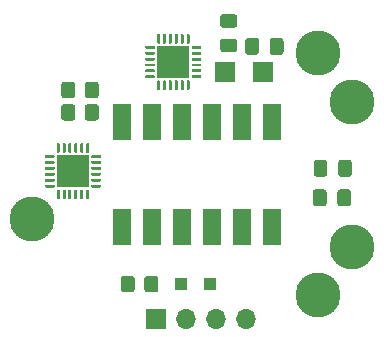
<source format=gbr>
%TF.GenerationSoftware,KiCad,Pcbnew,5.1.9-73d0e3b20d~88~ubuntu20.04.1*%
%TF.CreationDate,2021-06-28T21:50:03+02:00*%
%TF.ProjectId,watch,77617463-682e-46b6-9963-61645f706362,rev?*%
%TF.SameCoordinates,Original*%
%TF.FileFunction,Soldermask,Top*%
%TF.FilePolarity,Negative*%
%FSLAX46Y46*%
G04 Gerber Fmt 4.6, Leading zero omitted, Abs format (unit mm)*
G04 Created by KiCad (PCBNEW 5.1.9-73d0e3b20d~88~ubuntu20.04.1) date 2021-06-28 21:50:03*
%MOMM*%
%LPD*%
G01*
G04 APERTURE LIST*
%ADD10C,3.800000*%
%ADD11C,2.600000*%
%ADD12R,1.750000X1.800000*%
%ADD13O,1.700000X1.700000*%
%ADD14R,1.700000X1.700000*%
%ADD15R,2.700000X2.700000*%
%ADD16R,1.600000X3.100000*%
%ADD17R,1.000000X1.000000*%
G04 APERTURE END LIST*
D10*
%TO.C,SW1*%
X193500000Y-113250000D03*
D11*
X193500000Y-113250000D03*
%TD*%
D12*
%TO.C,Y1*%
X209856000Y-100838000D03*
X213106000Y-100838000D03*
%TD*%
D13*
%TO.C,J1*%
X211620000Y-121750000D03*
X209080000Y-121750000D03*
X206540000Y-121750000D03*
D14*
X204000000Y-121750000D03*
%TD*%
D11*
%TO.C,SW5*%
X220640000Y-103380000D03*
D10*
X220640000Y-103380000D03*
%TD*%
D11*
%TO.C,SW4*%
X220640000Y-115620000D03*
D10*
X220640000Y-115620000D03*
%TD*%
D11*
%TO.C,SW3*%
X217750000Y-119750000D03*
D10*
X217750000Y-119750000D03*
%TD*%
D11*
%TO.C,SW2*%
X217750000Y-99250000D03*
D10*
X217750000Y-99250000D03*
%TD*%
D15*
%TO.C,U1*%
X197000000Y-109250000D03*
G36*
G01*
X198612500Y-107875000D02*
X199312500Y-107875000D01*
G75*
G02*
X199375000Y-107937500I0J-62500D01*
G01*
X199375000Y-108062500D01*
G75*
G02*
X199312500Y-108125000I-62500J0D01*
G01*
X198612500Y-108125000D01*
G75*
G02*
X198550000Y-108062500I0J62500D01*
G01*
X198550000Y-107937500D01*
G75*
G02*
X198612500Y-107875000I62500J0D01*
G01*
G37*
G36*
G01*
X198612500Y-108375000D02*
X199312500Y-108375000D01*
G75*
G02*
X199375000Y-108437500I0J-62500D01*
G01*
X199375000Y-108562500D01*
G75*
G02*
X199312500Y-108625000I-62500J0D01*
G01*
X198612500Y-108625000D01*
G75*
G02*
X198550000Y-108562500I0J62500D01*
G01*
X198550000Y-108437500D01*
G75*
G02*
X198612500Y-108375000I62500J0D01*
G01*
G37*
G36*
G01*
X198612500Y-108875000D02*
X199312500Y-108875000D01*
G75*
G02*
X199375000Y-108937500I0J-62500D01*
G01*
X199375000Y-109062500D01*
G75*
G02*
X199312500Y-109125000I-62500J0D01*
G01*
X198612500Y-109125000D01*
G75*
G02*
X198550000Y-109062500I0J62500D01*
G01*
X198550000Y-108937500D01*
G75*
G02*
X198612500Y-108875000I62500J0D01*
G01*
G37*
G36*
G01*
X198612500Y-109375000D02*
X199312500Y-109375000D01*
G75*
G02*
X199375000Y-109437500I0J-62500D01*
G01*
X199375000Y-109562500D01*
G75*
G02*
X199312500Y-109625000I-62500J0D01*
G01*
X198612500Y-109625000D01*
G75*
G02*
X198550000Y-109562500I0J62500D01*
G01*
X198550000Y-109437500D01*
G75*
G02*
X198612500Y-109375000I62500J0D01*
G01*
G37*
G36*
G01*
X198612500Y-109875000D02*
X199312500Y-109875000D01*
G75*
G02*
X199375000Y-109937500I0J-62500D01*
G01*
X199375000Y-110062500D01*
G75*
G02*
X199312500Y-110125000I-62500J0D01*
G01*
X198612500Y-110125000D01*
G75*
G02*
X198550000Y-110062500I0J62500D01*
G01*
X198550000Y-109937500D01*
G75*
G02*
X198612500Y-109875000I62500J0D01*
G01*
G37*
G36*
G01*
X198612500Y-110375000D02*
X199312500Y-110375000D01*
G75*
G02*
X199375000Y-110437500I0J-62500D01*
G01*
X199375000Y-110562500D01*
G75*
G02*
X199312500Y-110625000I-62500J0D01*
G01*
X198612500Y-110625000D01*
G75*
G02*
X198550000Y-110562500I0J62500D01*
G01*
X198550000Y-110437500D01*
G75*
G02*
X198612500Y-110375000I62500J0D01*
G01*
G37*
G36*
G01*
X198187500Y-110800000D02*
X198312500Y-110800000D01*
G75*
G02*
X198375000Y-110862500I0J-62500D01*
G01*
X198375000Y-111562500D01*
G75*
G02*
X198312500Y-111625000I-62500J0D01*
G01*
X198187500Y-111625000D01*
G75*
G02*
X198125000Y-111562500I0J62500D01*
G01*
X198125000Y-110862500D01*
G75*
G02*
X198187500Y-110800000I62500J0D01*
G01*
G37*
G36*
G01*
X197687500Y-110800000D02*
X197812500Y-110800000D01*
G75*
G02*
X197875000Y-110862500I0J-62500D01*
G01*
X197875000Y-111562500D01*
G75*
G02*
X197812500Y-111625000I-62500J0D01*
G01*
X197687500Y-111625000D01*
G75*
G02*
X197625000Y-111562500I0J62500D01*
G01*
X197625000Y-110862500D01*
G75*
G02*
X197687500Y-110800000I62500J0D01*
G01*
G37*
G36*
G01*
X197187500Y-110800000D02*
X197312500Y-110800000D01*
G75*
G02*
X197375000Y-110862500I0J-62500D01*
G01*
X197375000Y-111562500D01*
G75*
G02*
X197312500Y-111625000I-62500J0D01*
G01*
X197187500Y-111625000D01*
G75*
G02*
X197125000Y-111562500I0J62500D01*
G01*
X197125000Y-110862500D01*
G75*
G02*
X197187500Y-110800000I62500J0D01*
G01*
G37*
G36*
G01*
X196687500Y-110800000D02*
X196812500Y-110800000D01*
G75*
G02*
X196875000Y-110862500I0J-62500D01*
G01*
X196875000Y-111562500D01*
G75*
G02*
X196812500Y-111625000I-62500J0D01*
G01*
X196687500Y-111625000D01*
G75*
G02*
X196625000Y-111562500I0J62500D01*
G01*
X196625000Y-110862500D01*
G75*
G02*
X196687500Y-110800000I62500J0D01*
G01*
G37*
G36*
G01*
X196187500Y-110800000D02*
X196312500Y-110800000D01*
G75*
G02*
X196375000Y-110862500I0J-62500D01*
G01*
X196375000Y-111562500D01*
G75*
G02*
X196312500Y-111625000I-62500J0D01*
G01*
X196187500Y-111625000D01*
G75*
G02*
X196125000Y-111562500I0J62500D01*
G01*
X196125000Y-110862500D01*
G75*
G02*
X196187500Y-110800000I62500J0D01*
G01*
G37*
G36*
G01*
X195687500Y-110800000D02*
X195812500Y-110800000D01*
G75*
G02*
X195875000Y-110862500I0J-62500D01*
G01*
X195875000Y-111562500D01*
G75*
G02*
X195812500Y-111625000I-62500J0D01*
G01*
X195687500Y-111625000D01*
G75*
G02*
X195625000Y-111562500I0J62500D01*
G01*
X195625000Y-110862500D01*
G75*
G02*
X195687500Y-110800000I62500J0D01*
G01*
G37*
G36*
G01*
X194687500Y-110375000D02*
X195387500Y-110375000D01*
G75*
G02*
X195450000Y-110437500I0J-62500D01*
G01*
X195450000Y-110562500D01*
G75*
G02*
X195387500Y-110625000I-62500J0D01*
G01*
X194687500Y-110625000D01*
G75*
G02*
X194625000Y-110562500I0J62500D01*
G01*
X194625000Y-110437500D01*
G75*
G02*
X194687500Y-110375000I62500J0D01*
G01*
G37*
G36*
G01*
X194687500Y-109875000D02*
X195387500Y-109875000D01*
G75*
G02*
X195450000Y-109937500I0J-62500D01*
G01*
X195450000Y-110062500D01*
G75*
G02*
X195387500Y-110125000I-62500J0D01*
G01*
X194687500Y-110125000D01*
G75*
G02*
X194625000Y-110062500I0J62500D01*
G01*
X194625000Y-109937500D01*
G75*
G02*
X194687500Y-109875000I62500J0D01*
G01*
G37*
G36*
G01*
X194687500Y-109375000D02*
X195387500Y-109375000D01*
G75*
G02*
X195450000Y-109437500I0J-62500D01*
G01*
X195450000Y-109562500D01*
G75*
G02*
X195387500Y-109625000I-62500J0D01*
G01*
X194687500Y-109625000D01*
G75*
G02*
X194625000Y-109562500I0J62500D01*
G01*
X194625000Y-109437500D01*
G75*
G02*
X194687500Y-109375000I62500J0D01*
G01*
G37*
G36*
G01*
X194687500Y-108875000D02*
X195387500Y-108875000D01*
G75*
G02*
X195450000Y-108937500I0J-62500D01*
G01*
X195450000Y-109062500D01*
G75*
G02*
X195387500Y-109125000I-62500J0D01*
G01*
X194687500Y-109125000D01*
G75*
G02*
X194625000Y-109062500I0J62500D01*
G01*
X194625000Y-108937500D01*
G75*
G02*
X194687500Y-108875000I62500J0D01*
G01*
G37*
G36*
G01*
X194687500Y-108375000D02*
X195387500Y-108375000D01*
G75*
G02*
X195450000Y-108437500I0J-62500D01*
G01*
X195450000Y-108562500D01*
G75*
G02*
X195387500Y-108625000I-62500J0D01*
G01*
X194687500Y-108625000D01*
G75*
G02*
X194625000Y-108562500I0J62500D01*
G01*
X194625000Y-108437500D01*
G75*
G02*
X194687500Y-108375000I62500J0D01*
G01*
G37*
G36*
G01*
X194687500Y-107875000D02*
X195387500Y-107875000D01*
G75*
G02*
X195450000Y-107937500I0J-62500D01*
G01*
X195450000Y-108062500D01*
G75*
G02*
X195387500Y-108125000I-62500J0D01*
G01*
X194687500Y-108125000D01*
G75*
G02*
X194625000Y-108062500I0J62500D01*
G01*
X194625000Y-107937500D01*
G75*
G02*
X194687500Y-107875000I62500J0D01*
G01*
G37*
G36*
G01*
X195687500Y-106875000D02*
X195812500Y-106875000D01*
G75*
G02*
X195875000Y-106937500I0J-62500D01*
G01*
X195875000Y-107637500D01*
G75*
G02*
X195812500Y-107700000I-62500J0D01*
G01*
X195687500Y-107700000D01*
G75*
G02*
X195625000Y-107637500I0J62500D01*
G01*
X195625000Y-106937500D01*
G75*
G02*
X195687500Y-106875000I62500J0D01*
G01*
G37*
G36*
G01*
X196187500Y-106875000D02*
X196312500Y-106875000D01*
G75*
G02*
X196375000Y-106937500I0J-62500D01*
G01*
X196375000Y-107637500D01*
G75*
G02*
X196312500Y-107700000I-62500J0D01*
G01*
X196187500Y-107700000D01*
G75*
G02*
X196125000Y-107637500I0J62500D01*
G01*
X196125000Y-106937500D01*
G75*
G02*
X196187500Y-106875000I62500J0D01*
G01*
G37*
G36*
G01*
X196687500Y-106875000D02*
X196812500Y-106875000D01*
G75*
G02*
X196875000Y-106937500I0J-62500D01*
G01*
X196875000Y-107637500D01*
G75*
G02*
X196812500Y-107700000I-62500J0D01*
G01*
X196687500Y-107700000D01*
G75*
G02*
X196625000Y-107637500I0J62500D01*
G01*
X196625000Y-106937500D01*
G75*
G02*
X196687500Y-106875000I62500J0D01*
G01*
G37*
G36*
G01*
X197187500Y-106875000D02*
X197312500Y-106875000D01*
G75*
G02*
X197375000Y-106937500I0J-62500D01*
G01*
X197375000Y-107637500D01*
G75*
G02*
X197312500Y-107700000I-62500J0D01*
G01*
X197187500Y-107700000D01*
G75*
G02*
X197125000Y-107637500I0J62500D01*
G01*
X197125000Y-106937500D01*
G75*
G02*
X197187500Y-106875000I62500J0D01*
G01*
G37*
G36*
G01*
X197687500Y-106875000D02*
X197812500Y-106875000D01*
G75*
G02*
X197875000Y-106937500I0J-62500D01*
G01*
X197875000Y-107637500D01*
G75*
G02*
X197812500Y-107700000I-62500J0D01*
G01*
X197687500Y-107700000D01*
G75*
G02*
X197625000Y-107637500I0J62500D01*
G01*
X197625000Y-106937500D01*
G75*
G02*
X197687500Y-106875000I62500J0D01*
G01*
G37*
G36*
G01*
X198187500Y-106875000D02*
X198312500Y-106875000D01*
G75*
G02*
X198375000Y-106937500I0J-62500D01*
G01*
X198375000Y-107637500D01*
G75*
G02*
X198312500Y-107700000I-62500J0D01*
G01*
X198187500Y-107700000D01*
G75*
G02*
X198125000Y-107637500I0J62500D01*
G01*
X198125000Y-106937500D01*
G75*
G02*
X198187500Y-106875000I62500J0D01*
G01*
G37*
%TD*%
D16*
%TO.C,Elektronika-1*%
X201150000Y-113945000D03*
X213850000Y-105055000D03*
X203690000Y-113945000D03*
X211310000Y-105055000D03*
X206230000Y-113945000D03*
X208770000Y-105055000D03*
X208770000Y-113945000D03*
X206230000Y-105055000D03*
X211310000Y-113945000D03*
X203690000Y-105055000D03*
X213850000Y-113945000D03*
X201150000Y-105055000D03*
%TD*%
D15*
%TO.C,U2*%
X205500000Y-100000000D03*
G36*
G01*
X207112500Y-98625000D02*
X207812500Y-98625000D01*
G75*
G02*
X207875000Y-98687500I0J-62500D01*
G01*
X207875000Y-98812500D01*
G75*
G02*
X207812500Y-98875000I-62500J0D01*
G01*
X207112500Y-98875000D01*
G75*
G02*
X207050000Y-98812500I0J62500D01*
G01*
X207050000Y-98687500D01*
G75*
G02*
X207112500Y-98625000I62500J0D01*
G01*
G37*
G36*
G01*
X207112500Y-99125000D02*
X207812500Y-99125000D01*
G75*
G02*
X207875000Y-99187500I0J-62500D01*
G01*
X207875000Y-99312500D01*
G75*
G02*
X207812500Y-99375000I-62500J0D01*
G01*
X207112500Y-99375000D01*
G75*
G02*
X207050000Y-99312500I0J62500D01*
G01*
X207050000Y-99187500D01*
G75*
G02*
X207112500Y-99125000I62500J0D01*
G01*
G37*
G36*
G01*
X207112500Y-99625000D02*
X207812500Y-99625000D01*
G75*
G02*
X207875000Y-99687500I0J-62500D01*
G01*
X207875000Y-99812500D01*
G75*
G02*
X207812500Y-99875000I-62500J0D01*
G01*
X207112500Y-99875000D01*
G75*
G02*
X207050000Y-99812500I0J62500D01*
G01*
X207050000Y-99687500D01*
G75*
G02*
X207112500Y-99625000I62500J0D01*
G01*
G37*
G36*
G01*
X207112500Y-100125000D02*
X207812500Y-100125000D01*
G75*
G02*
X207875000Y-100187500I0J-62500D01*
G01*
X207875000Y-100312500D01*
G75*
G02*
X207812500Y-100375000I-62500J0D01*
G01*
X207112500Y-100375000D01*
G75*
G02*
X207050000Y-100312500I0J62500D01*
G01*
X207050000Y-100187500D01*
G75*
G02*
X207112500Y-100125000I62500J0D01*
G01*
G37*
G36*
G01*
X207112500Y-100625000D02*
X207812500Y-100625000D01*
G75*
G02*
X207875000Y-100687500I0J-62500D01*
G01*
X207875000Y-100812500D01*
G75*
G02*
X207812500Y-100875000I-62500J0D01*
G01*
X207112500Y-100875000D01*
G75*
G02*
X207050000Y-100812500I0J62500D01*
G01*
X207050000Y-100687500D01*
G75*
G02*
X207112500Y-100625000I62500J0D01*
G01*
G37*
G36*
G01*
X207112500Y-101125000D02*
X207812500Y-101125000D01*
G75*
G02*
X207875000Y-101187500I0J-62500D01*
G01*
X207875000Y-101312500D01*
G75*
G02*
X207812500Y-101375000I-62500J0D01*
G01*
X207112500Y-101375000D01*
G75*
G02*
X207050000Y-101312500I0J62500D01*
G01*
X207050000Y-101187500D01*
G75*
G02*
X207112500Y-101125000I62500J0D01*
G01*
G37*
G36*
G01*
X206687500Y-101550000D02*
X206812500Y-101550000D01*
G75*
G02*
X206875000Y-101612500I0J-62500D01*
G01*
X206875000Y-102312500D01*
G75*
G02*
X206812500Y-102375000I-62500J0D01*
G01*
X206687500Y-102375000D01*
G75*
G02*
X206625000Y-102312500I0J62500D01*
G01*
X206625000Y-101612500D01*
G75*
G02*
X206687500Y-101550000I62500J0D01*
G01*
G37*
G36*
G01*
X206187500Y-101550000D02*
X206312500Y-101550000D01*
G75*
G02*
X206375000Y-101612500I0J-62500D01*
G01*
X206375000Y-102312500D01*
G75*
G02*
X206312500Y-102375000I-62500J0D01*
G01*
X206187500Y-102375000D01*
G75*
G02*
X206125000Y-102312500I0J62500D01*
G01*
X206125000Y-101612500D01*
G75*
G02*
X206187500Y-101550000I62500J0D01*
G01*
G37*
G36*
G01*
X205687500Y-101550000D02*
X205812500Y-101550000D01*
G75*
G02*
X205875000Y-101612500I0J-62500D01*
G01*
X205875000Y-102312500D01*
G75*
G02*
X205812500Y-102375000I-62500J0D01*
G01*
X205687500Y-102375000D01*
G75*
G02*
X205625000Y-102312500I0J62500D01*
G01*
X205625000Y-101612500D01*
G75*
G02*
X205687500Y-101550000I62500J0D01*
G01*
G37*
G36*
G01*
X205187500Y-101550000D02*
X205312500Y-101550000D01*
G75*
G02*
X205375000Y-101612500I0J-62500D01*
G01*
X205375000Y-102312500D01*
G75*
G02*
X205312500Y-102375000I-62500J0D01*
G01*
X205187500Y-102375000D01*
G75*
G02*
X205125000Y-102312500I0J62500D01*
G01*
X205125000Y-101612500D01*
G75*
G02*
X205187500Y-101550000I62500J0D01*
G01*
G37*
G36*
G01*
X204687500Y-101550000D02*
X204812500Y-101550000D01*
G75*
G02*
X204875000Y-101612500I0J-62500D01*
G01*
X204875000Y-102312500D01*
G75*
G02*
X204812500Y-102375000I-62500J0D01*
G01*
X204687500Y-102375000D01*
G75*
G02*
X204625000Y-102312500I0J62500D01*
G01*
X204625000Y-101612500D01*
G75*
G02*
X204687500Y-101550000I62500J0D01*
G01*
G37*
G36*
G01*
X204187500Y-101550000D02*
X204312500Y-101550000D01*
G75*
G02*
X204375000Y-101612500I0J-62500D01*
G01*
X204375000Y-102312500D01*
G75*
G02*
X204312500Y-102375000I-62500J0D01*
G01*
X204187500Y-102375000D01*
G75*
G02*
X204125000Y-102312500I0J62500D01*
G01*
X204125000Y-101612500D01*
G75*
G02*
X204187500Y-101550000I62500J0D01*
G01*
G37*
G36*
G01*
X203187500Y-101125000D02*
X203887500Y-101125000D01*
G75*
G02*
X203950000Y-101187500I0J-62500D01*
G01*
X203950000Y-101312500D01*
G75*
G02*
X203887500Y-101375000I-62500J0D01*
G01*
X203187500Y-101375000D01*
G75*
G02*
X203125000Y-101312500I0J62500D01*
G01*
X203125000Y-101187500D01*
G75*
G02*
X203187500Y-101125000I62500J0D01*
G01*
G37*
G36*
G01*
X203187500Y-100625000D02*
X203887500Y-100625000D01*
G75*
G02*
X203950000Y-100687500I0J-62500D01*
G01*
X203950000Y-100812500D01*
G75*
G02*
X203887500Y-100875000I-62500J0D01*
G01*
X203187500Y-100875000D01*
G75*
G02*
X203125000Y-100812500I0J62500D01*
G01*
X203125000Y-100687500D01*
G75*
G02*
X203187500Y-100625000I62500J0D01*
G01*
G37*
G36*
G01*
X203187500Y-100125000D02*
X203887500Y-100125000D01*
G75*
G02*
X203950000Y-100187500I0J-62500D01*
G01*
X203950000Y-100312500D01*
G75*
G02*
X203887500Y-100375000I-62500J0D01*
G01*
X203187500Y-100375000D01*
G75*
G02*
X203125000Y-100312500I0J62500D01*
G01*
X203125000Y-100187500D01*
G75*
G02*
X203187500Y-100125000I62500J0D01*
G01*
G37*
G36*
G01*
X203187500Y-99625000D02*
X203887500Y-99625000D01*
G75*
G02*
X203950000Y-99687500I0J-62500D01*
G01*
X203950000Y-99812500D01*
G75*
G02*
X203887500Y-99875000I-62500J0D01*
G01*
X203187500Y-99875000D01*
G75*
G02*
X203125000Y-99812500I0J62500D01*
G01*
X203125000Y-99687500D01*
G75*
G02*
X203187500Y-99625000I62500J0D01*
G01*
G37*
G36*
G01*
X203187500Y-99125000D02*
X203887500Y-99125000D01*
G75*
G02*
X203950000Y-99187500I0J-62500D01*
G01*
X203950000Y-99312500D01*
G75*
G02*
X203887500Y-99375000I-62500J0D01*
G01*
X203187500Y-99375000D01*
G75*
G02*
X203125000Y-99312500I0J62500D01*
G01*
X203125000Y-99187500D01*
G75*
G02*
X203187500Y-99125000I62500J0D01*
G01*
G37*
G36*
G01*
X203187500Y-98625000D02*
X203887500Y-98625000D01*
G75*
G02*
X203950000Y-98687500I0J-62500D01*
G01*
X203950000Y-98812500D01*
G75*
G02*
X203887500Y-98875000I-62500J0D01*
G01*
X203187500Y-98875000D01*
G75*
G02*
X203125000Y-98812500I0J62500D01*
G01*
X203125000Y-98687500D01*
G75*
G02*
X203187500Y-98625000I62500J0D01*
G01*
G37*
G36*
G01*
X204187500Y-97625000D02*
X204312500Y-97625000D01*
G75*
G02*
X204375000Y-97687500I0J-62500D01*
G01*
X204375000Y-98387500D01*
G75*
G02*
X204312500Y-98450000I-62500J0D01*
G01*
X204187500Y-98450000D01*
G75*
G02*
X204125000Y-98387500I0J62500D01*
G01*
X204125000Y-97687500D01*
G75*
G02*
X204187500Y-97625000I62500J0D01*
G01*
G37*
G36*
G01*
X204687500Y-97625000D02*
X204812500Y-97625000D01*
G75*
G02*
X204875000Y-97687500I0J-62500D01*
G01*
X204875000Y-98387500D01*
G75*
G02*
X204812500Y-98450000I-62500J0D01*
G01*
X204687500Y-98450000D01*
G75*
G02*
X204625000Y-98387500I0J62500D01*
G01*
X204625000Y-97687500D01*
G75*
G02*
X204687500Y-97625000I62500J0D01*
G01*
G37*
G36*
G01*
X205187500Y-97625000D02*
X205312500Y-97625000D01*
G75*
G02*
X205375000Y-97687500I0J-62500D01*
G01*
X205375000Y-98387500D01*
G75*
G02*
X205312500Y-98450000I-62500J0D01*
G01*
X205187500Y-98450000D01*
G75*
G02*
X205125000Y-98387500I0J62500D01*
G01*
X205125000Y-97687500D01*
G75*
G02*
X205187500Y-97625000I62500J0D01*
G01*
G37*
G36*
G01*
X205687500Y-97625000D02*
X205812500Y-97625000D01*
G75*
G02*
X205875000Y-97687500I0J-62500D01*
G01*
X205875000Y-98387500D01*
G75*
G02*
X205812500Y-98450000I-62500J0D01*
G01*
X205687500Y-98450000D01*
G75*
G02*
X205625000Y-98387500I0J62500D01*
G01*
X205625000Y-97687500D01*
G75*
G02*
X205687500Y-97625000I62500J0D01*
G01*
G37*
G36*
G01*
X206187500Y-97625000D02*
X206312500Y-97625000D01*
G75*
G02*
X206375000Y-97687500I0J-62500D01*
G01*
X206375000Y-98387500D01*
G75*
G02*
X206312500Y-98450000I-62500J0D01*
G01*
X206187500Y-98450000D01*
G75*
G02*
X206125000Y-98387500I0J62500D01*
G01*
X206125000Y-97687500D01*
G75*
G02*
X206187500Y-97625000I62500J0D01*
G01*
G37*
G36*
G01*
X206687500Y-97625000D02*
X206812500Y-97625000D01*
G75*
G02*
X206875000Y-97687500I0J-62500D01*
G01*
X206875000Y-98387500D01*
G75*
G02*
X206812500Y-98450000I-62500J0D01*
G01*
X206687500Y-98450000D01*
G75*
G02*
X206625000Y-98387500I0J62500D01*
G01*
X206625000Y-97687500D01*
G75*
G02*
X206687500Y-97625000I62500J0D01*
G01*
G37*
%TD*%
%TO.C,C1*%
G36*
G01*
X218482500Y-111025000D02*
X218482500Y-111975000D01*
G75*
G02*
X218232500Y-112225000I-250000J0D01*
G01*
X217557500Y-112225000D01*
G75*
G02*
X217307500Y-111975000I0J250000D01*
G01*
X217307500Y-111025000D01*
G75*
G02*
X217557500Y-110775000I250000J0D01*
G01*
X218232500Y-110775000D01*
G75*
G02*
X218482500Y-111025000I0J-250000D01*
G01*
G37*
G36*
G01*
X220557500Y-111025000D02*
X220557500Y-111975000D01*
G75*
G02*
X220307500Y-112225000I-250000J0D01*
G01*
X219632500Y-112225000D01*
G75*
G02*
X219382500Y-111975000I0J250000D01*
G01*
X219382500Y-111025000D01*
G75*
G02*
X219632500Y-110775000I250000J0D01*
G01*
X220307500Y-110775000D01*
G75*
G02*
X220557500Y-111025000I0J-250000D01*
G01*
G37*
%TD*%
%TO.C,C2*%
G36*
G01*
X218550000Y-108525000D02*
X218550000Y-109475000D01*
G75*
G02*
X218300000Y-109725000I-250000J0D01*
G01*
X217625000Y-109725000D01*
G75*
G02*
X217375000Y-109475000I0J250000D01*
G01*
X217375000Y-108525000D01*
G75*
G02*
X217625000Y-108275000I250000J0D01*
G01*
X218300000Y-108275000D01*
G75*
G02*
X218550000Y-108525000I0J-250000D01*
G01*
G37*
G36*
G01*
X220625000Y-108525000D02*
X220625000Y-109475000D01*
G75*
G02*
X220375000Y-109725000I-250000J0D01*
G01*
X219700000Y-109725000D01*
G75*
G02*
X219450000Y-109475000I0J250000D01*
G01*
X219450000Y-108525000D01*
G75*
G02*
X219700000Y-108275000I250000J0D01*
G01*
X220375000Y-108275000D01*
G75*
G02*
X220625000Y-108525000I0J-250000D01*
G01*
G37*
%TD*%
D17*
%TO.C,D1*%
X206141000Y-118808500D03*
X208641000Y-118808500D03*
%TD*%
%TO.C,R1*%
G36*
G01*
X195996000Y-104717001D02*
X195996000Y-103816999D01*
G75*
G02*
X196245999Y-103567000I249999J0D01*
G01*
X196946001Y-103567000D01*
G75*
G02*
X197196000Y-103816999I0J-249999D01*
G01*
X197196000Y-104717001D01*
G75*
G02*
X196946001Y-104967000I-249999J0D01*
G01*
X196245999Y-104967000D01*
G75*
G02*
X195996000Y-104717001I0J249999D01*
G01*
G37*
G36*
G01*
X197996000Y-104717001D02*
X197996000Y-103816999D01*
G75*
G02*
X198245999Y-103567000I249999J0D01*
G01*
X198946001Y-103567000D01*
G75*
G02*
X199196000Y-103816999I0J-249999D01*
G01*
X199196000Y-104717001D01*
G75*
G02*
X198946001Y-104967000I-249999J0D01*
G01*
X198245999Y-104967000D01*
G75*
G02*
X197996000Y-104717001I0J249999D01*
G01*
G37*
%TD*%
%TO.C,R2*%
G36*
G01*
X195996000Y-102812001D02*
X195996000Y-101911999D01*
G75*
G02*
X196245999Y-101662000I249999J0D01*
G01*
X196946001Y-101662000D01*
G75*
G02*
X197196000Y-101911999I0J-249999D01*
G01*
X197196000Y-102812001D01*
G75*
G02*
X196946001Y-103062000I-249999J0D01*
G01*
X196245999Y-103062000D01*
G75*
G02*
X195996000Y-102812001I0J249999D01*
G01*
G37*
G36*
G01*
X197996000Y-102812001D02*
X197996000Y-101911999D01*
G75*
G02*
X198245999Y-101662000I249999J0D01*
G01*
X198946001Y-101662000D01*
G75*
G02*
X199196000Y-101911999I0J-249999D01*
G01*
X199196000Y-102812001D01*
G75*
G02*
X198946001Y-103062000I-249999J0D01*
G01*
X198245999Y-103062000D01*
G75*
G02*
X197996000Y-102812001I0J249999D01*
G01*
G37*
%TD*%
%TO.C,R3*%
G36*
G01*
X204244500Y-118358499D02*
X204244500Y-119258501D01*
G75*
G02*
X203994501Y-119508500I-249999J0D01*
G01*
X203294499Y-119508500D01*
G75*
G02*
X203044500Y-119258501I0J249999D01*
G01*
X203044500Y-118358499D01*
G75*
G02*
X203294499Y-118108500I249999J0D01*
G01*
X203994501Y-118108500D01*
G75*
G02*
X204244500Y-118358499I0J-249999D01*
G01*
G37*
G36*
G01*
X202244500Y-118358499D02*
X202244500Y-119258501D01*
G75*
G02*
X201994501Y-119508500I-249999J0D01*
G01*
X201294499Y-119508500D01*
G75*
G02*
X201044500Y-119258501I0J249999D01*
G01*
X201044500Y-118358499D01*
G75*
G02*
X201294499Y-118108500I249999J0D01*
G01*
X201994501Y-118108500D01*
G75*
G02*
X202244500Y-118358499I0J-249999D01*
G01*
G37*
%TD*%
%TO.C,C3*%
G36*
G01*
X212761500Y-98204000D02*
X212761500Y-99154000D01*
G75*
G02*
X212511500Y-99404000I-250000J0D01*
G01*
X211836500Y-99404000D01*
G75*
G02*
X211586500Y-99154000I0J250000D01*
G01*
X211586500Y-98204000D01*
G75*
G02*
X211836500Y-97954000I250000J0D01*
G01*
X212511500Y-97954000D01*
G75*
G02*
X212761500Y-98204000I0J-250000D01*
G01*
G37*
G36*
G01*
X214836500Y-98204000D02*
X214836500Y-99154000D01*
G75*
G02*
X214586500Y-99404000I-250000J0D01*
G01*
X213911500Y-99404000D01*
G75*
G02*
X213661500Y-99154000I0J250000D01*
G01*
X213661500Y-98204000D01*
G75*
G02*
X213911500Y-97954000I250000J0D01*
G01*
X214586500Y-97954000D01*
G75*
G02*
X214836500Y-98204000I0J-250000D01*
G01*
G37*
%TD*%
%TO.C,C4*%
G36*
G01*
X210660000Y-97107500D02*
X209710000Y-97107500D01*
G75*
G02*
X209460000Y-96857500I0J250000D01*
G01*
X209460000Y-96182500D01*
G75*
G02*
X209710000Y-95932500I250000J0D01*
G01*
X210660000Y-95932500D01*
G75*
G02*
X210910000Y-96182500I0J-250000D01*
G01*
X210910000Y-96857500D01*
G75*
G02*
X210660000Y-97107500I-250000J0D01*
G01*
G37*
G36*
G01*
X210660000Y-99182500D02*
X209710000Y-99182500D01*
G75*
G02*
X209460000Y-98932500I0J250000D01*
G01*
X209460000Y-98257500D01*
G75*
G02*
X209710000Y-98007500I250000J0D01*
G01*
X210660000Y-98007500D01*
G75*
G02*
X210910000Y-98257500I0J-250000D01*
G01*
X210910000Y-98932500D01*
G75*
G02*
X210660000Y-99182500I-250000J0D01*
G01*
G37*
%TD*%
M02*

</source>
